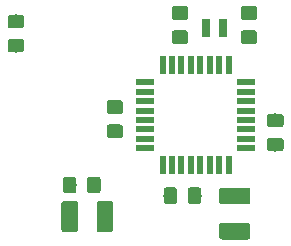
<source format=gbr>
G04 #@! TF.GenerationSoftware,KiCad,Pcbnew,(5.1.4)-1*
G04 #@! TF.CreationDate,2020-02-08T14:35:32-05:00*
G04 #@! TF.ProjectId,Psyduck,50737964-7563-46b2-9e6b-696361645f70,rev?*
G04 #@! TF.SameCoordinates,Original*
G04 #@! TF.FileFunction,Paste,Top*
G04 #@! TF.FilePolarity,Positive*
%FSLAX46Y46*%
G04 Gerber Fmt 4.6, Leading zero omitted, Abs format (unit mm)*
G04 Created by KiCad (PCBNEW (5.1.4)-1) date 2020-02-08 14:35:32*
%MOMM*%
%LPD*%
G04 APERTURE LIST*
%ADD10R,0.800000X1.500000*%
%ADD11R,0.550000X1.600000*%
%ADD12R,1.600000X0.550000*%
%ADD13C,0.100000*%
%ADD14C,1.425000*%
%ADD15C,1.150000*%
G04 APERTURE END LIST*
D10*
X37122800Y-17449800D03*
X35622800Y-17449800D03*
D11*
X37579000Y-29074000D03*
X36779000Y-29074000D03*
X35979000Y-29074000D03*
X35179000Y-29074000D03*
X34379000Y-29074000D03*
X33579000Y-29074000D03*
X32779000Y-29074000D03*
X31979000Y-29074000D03*
D12*
X30529000Y-27624000D03*
X30529000Y-26824000D03*
X30529000Y-26024000D03*
X30529000Y-25224000D03*
X30529000Y-24424000D03*
X30529000Y-23624000D03*
X30529000Y-22824000D03*
X30529000Y-22024000D03*
D11*
X31979000Y-20574000D03*
X32779000Y-20574000D03*
X33579000Y-20574000D03*
X34379000Y-20574000D03*
X35179000Y-20574000D03*
X35979000Y-20574000D03*
X36779000Y-20574000D03*
X37579000Y-20574000D03*
D12*
X39029000Y-22024000D03*
X39029000Y-22824000D03*
X39029000Y-23624000D03*
X39029000Y-24424000D03*
X39029000Y-25224000D03*
X39029000Y-26024000D03*
X39029000Y-26824000D03*
X39029000Y-27624000D03*
D13*
G36*
X39199504Y-33923204D02*
G01*
X39223773Y-33926804D01*
X39247571Y-33932765D01*
X39270671Y-33941030D01*
X39292849Y-33951520D01*
X39313893Y-33964133D01*
X39333598Y-33978747D01*
X39351777Y-33995223D01*
X39368253Y-34013402D01*
X39382867Y-34033107D01*
X39395480Y-34054151D01*
X39405970Y-34076329D01*
X39414235Y-34099429D01*
X39420196Y-34123227D01*
X39423796Y-34147496D01*
X39425000Y-34172000D01*
X39425000Y-35097000D01*
X39423796Y-35121504D01*
X39420196Y-35145773D01*
X39414235Y-35169571D01*
X39405970Y-35192671D01*
X39395480Y-35214849D01*
X39382867Y-35235893D01*
X39368253Y-35255598D01*
X39351777Y-35273777D01*
X39333598Y-35290253D01*
X39313893Y-35304867D01*
X39292849Y-35317480D01*
X39270671Y-35327970D01*
X39247571Y-35336235D01*
X39223773Y-35342196D01*
X39199504Y-35345796D01*
X39175000Y-35347000D01*
X37025000Y-35347000D01*
X37000496Y-35345796D01*
X36976227Y-35342196D01*
X36952429Y-35336235D01*
X36929329Y-35327970D01*
X36907151Y-35317480D01*
X36886107Y-35304867D01*
X36866402Y-35290253D01*
X36848223Y-35273777D01*
X36831747Y-35255598D01*
X36817133Y-35235893D01*
X36804520Y-35214849D01*
X36794030Y-35192671D01*
X36785765Y-35169571D01*
X36779804Y-35145773D01*
X36776204Y-35121504D01*
X36775000Y-35097000D01*
X36775000Y-34172000D01*
X36776204Y-34147496D01*
X36779804Y-34123227D01*
X36785765Y-34099429D01*
X36794030Y-34076329D01*
X36804520Y-34054151D01*
X36817133Y-34033107D01*
X36831747Y-34013402D01*
X36848223Y-33995223D01*
X36866402Y-33978747D01*
X36886107Y-33964133D01*
X36907151Y-33951520D01*
X36929329Y-33941030D01*
X36952429Y-33932765D01*
X36976227Y-33926804D01*
X37000496Y-33923204D01*
X37025000Y-33922000D01*
X39175000Y-33922000D01*
X39199504Y-33923204D01*
X39199504Y-33923204D01*
G37*
D14*
X38100000Y-34634500D03*
D13*
G36*
X39199504Y-30948204D02*
G01*
X39223773Y-30951804D01*
X39247571Y-30957765D01*
X39270671Y-30966030D01*
X39292849Y-30976520D01*
X39313893Y-30989133D01*
X39333598Y-31003747D01*
X39351777Y-31020223D01*
X39368253Y-31038402D01*
X39382867Y-31058107D01*
X39395480Y-31079151D01*
X39405970Y-31101329D01*
X39414235Y-31124429D01*
X39420196Y-31148227D01*
X39423796Y-31172496D01*
X39425000Y-31197000D01*
X39425000Y-32122000D01*
X39423796Y-32146504D01*
X39420196Y-32170773D01*
X39414235Y-32194571D01*
X39405970Y-32217671D01*
X39395480Y-32239849D01*
X39382867Y-32260893D01*
X39368253Y-32280598D01*
X39351777Y-32298777D01*
X39333598Y-32315253D01*
X39313893Y-32329867D01*
X39292849Y-32342480D01*
X39270671Y-32352970D01*
X39247571Y-32361235D01*
X39223773Y-32367196D01*
X39199504Y-32370796D01*
X39175000Y-32372000D01*
X37025000Y-32372000D01*
X37000496Y-32370796D01*
X36976227Y-32367196D01*
X36952429Y-32361235D01*
X36929329Y-32352970D01*
X36907151Y-32342480D01*
X36886107Y-32329867D01*
X36866402Y-32315253D01*
X36848223Y-32298777D01*
X36831747Y-32280598D01*
X36817133Y-32260893D01*
X36804520Y-32239849D01*
X36794030Y-32217671D01*
X36785765Y-32194571D01*
X36779804Y-32170773D01*
X36776204Y-32146504D01*
X36775000Y-32122000D01*
X36775000Y-31197000D01*
X36776204Y-31172496D01*
X36779804Y-31148227D01*
X36785765Y-31124429D01*
X36794030Y-31101329D01*
X36804520Y-31079151D01*
X36817133Y-31058107D01*
X36831747Y-31038402D01*
X36848223Y-31020223D01*
X36866402Y-31003747D01*
X36886107Y-30989133D01*
X36907151Y-30976520D01*
X36929329Y-30966030D01*
X36952429Y-30957765D01*
X36976227Y-30951804D01*
X37000496Y-30948204D01*
X37025000Y-30947000D01*
X39175000Y-30947000D01*
X39199504Y-30948204D01*
X39199504Y-30948204D01*
G37*
D14*
X38100000Y-31659500D03*
D13*
G36*
X27592004Y-32077204D02*
G01*
X27616273Y-32080804D01*
X27640071Y-32086765D01*
X27663171Y-32095030D01*
X27685349Y-32105520D01*
X27706393Y-32118133D01*
X27726098Y-32132747D01*
X27744277Y-32149223D01*
X27760753Y-32167402D01*
X27775367Y-32187107D01*
X27787980Y-32208151D01*
X27798470Y-32230329D01*
X27806735Y-32253429D01*
X27812696Y-32277227D01*
X27816296Y-32301496D01*
X27817500Y-32326000D01*
X27817500Y-34476000D01*
X27816296Y-34500504D01*
X27812696Y-34524773D01*
X27806735Y-34548571D01*
X27798470Y-34571671D01*
X27787980Y-34593849D01*
X27775367Y-34614893D01*
X27760753Y-34634598D01*
X27744277Y-34652777D01*
X27726098Y-34669253D01*
X27706393Y-34683867D01*
X27685349Y-34696480D01*
X27663171Y-34706970D01*
X27640071Y-34715235D01*
X27616273Y-34721196D01*
X27592004Y-34724796D01*
X27567500Y-34726000D01*
X26642500Y-34726000D01*
X26617996Y-34724796D01*
X26593727Y-34721196D01*
X26569929Y-34715235D01*
X26546829Y-34706970D01*
X26524651Y-34696480D01*
X26503607Y-34683867D01*
X26483902Y-34669253D01*
X26465723Y-34652777D01*
X26449247Y-34634598D01*
X26434633Y-34614893D01*
X26422020Y-34593849D01*
X26411530Y-34571671D01*
X26403265Y-34548571D01*
X26397304Y-34524773D01*
X26393704Y-34500504D01*
X26392500Y-34476000D01*
X26392500Y-32326000D01*
X26393704Y-32301496D01*
X26397304Y-32277227D01*
X26403265Y-32253429D01*
X26411530Y-32230329D01*
X26422020Y-32208151D01*
X26434633Y-32187107D01*
X26449247Y-32167402D01*
X26465723Y-32149223D01*
X26483902Y-32132747D01*
X26503607Y-32118133D01*
X26524651Y-32105520D01*
X26546829Y-32095030D01*
X26569929Y-32086765D01*
X26593727Y-32080804D01*
X26617996Y-32077204D01*
X26642500Y-32076000D01*
X27567500Y-32076000D01*
X27592004Y-32077204D01*
X27592004Y-32077204D01*
G37*
D14*
X27105000Y-33401000D03*
D13*
G36*
X24617004Y-32077204D02*
G01*
X24641273Y-32080804D01*
X24665071Y-32086765D01*
X24688171Y-32095030D01*
X24710349Y-32105520D01*
X24731393Y-32118133D01*
X24751098Y-32132747D01*
X24769277Y-32149223D01*
X24785753Y-32167402D01*
X24800367Y-32187107D01*
X24812980Y-32208151D01*
X24823470Y-32230329D01*
X24831735Y-32253429D01*
X24837696Y-32277227D01*
X24841296Y-32301496D01*
X24842500Y-32326000D01*
X24842500Y-34476000D01*
X24841296Y-34500504D01*
X24837696Y-34524773D01*
X24831735Y-34548571D01*
X24823470Y-34571671D01*
X24812980Y-34593849D01*
X24800367Y-34614893D01*
X24785753Y-34634598D01*
X24769277Y-34652777D01*
X24751098Y-34669253D01*
X24731393Y-34683867D01*
X24710349Y-34696480D01*
X24688171Y-34706970D01*
X24665071Y-34715235D01*
X24641273Y-34721196D01*
X24617004Y-34724796D01*
X24592500Y-34726000D01*
X23667500Y-34726000D01*
X23642996Y-34724796D01*
X23618727Y-34721196D01*
X23594929Y-34715235D01*
X23571829Y-34706970D01*
X23549651Y-34696480D01*
X23528607Y-34683867D01*
X23508902Y-34669253D01*
X23490723Y-34652777D01*
X23474247Y-34634598D01*
X23459633Y-34614893D01*
X23447020Y-34593849D01*
X23436530Y-34571671D01*
X23428265Y-34548571D01*
X23422304Y-34524773D01*
X23418704Y-34500504D01*
X23417500Y-34476000D01*
X23417500Y-32326000D01*
X23418704Y-32301496D01*
X23422304Y-32277227D01*
X23428265Y-32253429D01*
X23436530Y-32230329D01*
X23447020Y-32208151D01*
X23459633Y-32187107D01*
X23474247Y-32167402D01*
X23490723Y-32149223D01*
X23508902Y-32132747D01*
X23528607Y-32118133D01*
X23549651Y-32105520D01*
X23571829Y-32095030D01*
X23594929Y-32086765D01*
X23618727Y-32080804D01*
X23642996Y-32077204D01*
X23667500Y-32076000D01*
X24592500Y-32076000D01*
X24617004Y-32077204D01*
X24617004Y-32077204D01*
G37*
D14*
X24130000Y-33401000D03*
D13*
G36*
X32988505Y-30924204D02*
G01*
X33012773Y-30927804D01*
X33036572Y-30933765D01*
X33059671Y-30942030D01*
X33081850Y-30952520D01*
X33102893Y-30965132D01*
X33122599Y-30979747D01*
X33140777Y-30996223D01*
X33157253Y-31014401D01*
X33171868Y-31034107D01*
X33184480Y-31055150D01*
X33194970Y-31077329D01*
X33203235Y-31100428D01*
X33209196Y-31124227D01*
X33212796Y-31148495D01*
X33214000Y-31172999D01*
X33214000Y-32073001D01*
X33212796Y-32097505D01*
X33209196Y-32121773D01*
X33203235Y-32145572D01*
X33194970Y-32168671D01*
X33184480Y-32190850D01*
X33171868Y-32211893D01*
X33157253Y-32231599D01*
X33140777Y-32249777D01*
X33122599Y-32266253D01*
X33102893Y-32280868D01*
X33081850Y-32293480D01*
X33059671Y-32303970D01*
X33036572Y-32312235D01*
X33012773Y-32318196D01*
X32988505Y-32321796D01*
X32964001Y-32323000D01*
X32313999Y-32323000D01*
X32289495Y-32321796D01*
X32265227Y-32318196D01*
X32241428Y-32312235D01*
X32218329Y-32303970D01*
X32196150Y-32293480D01*
X32175107Y-32280868D01*
X32155401Y-32266253D01*
X32137223Y-32249777D01*
X32120747Y-32231599D01*
X32106132Y-32211893D01*
X32093520Y-32190850D01*
X32083030Y-32168671D01*
X32074765Y-32145572D01*
X32068804Y-32121773D01*
X32065204Y-32097505D01*
X32064000Y-32073001D01*
X32064000Y-31172999D01*
X32065204Y-31148495D01*
X32068804Y-31124227D01*
X32074765Y-31100428D01*
X32083030Y-31077329D01*
X32093520Y-31055150D01*
X32106132Y-31034107D01*
X32120747Y-31014401D01*
X32137223Y-30996223D01*
X32155401Y-30979747D01*
X32175107Y-30965132D01*
X32196150Y-30952520D01*
X32218329Y-30942030D01*
X32241428Y-30933765D01*
X32265227Y-30927804D01*
X32289495Y-30924204D01*
X32313999Y-30923000D01*
X32964001Y-30923000D01*
X32988505Y-30924204D01*
X32988505Y-30924204D01*
G37*
D15*
X32639000Y-31623000D03*
D13*
G36*
X35038505Y-30924204D02*
G01*
X35062773Y-30927804D01*
X35086572Y-30933765D01*
X35109671Y-30942030D01*
X35131850Y-30952520D01*
X35152893Y-30965132D01*
X35172599Y-30979747D01*
X35190777Y-30996223D01*
X35207253Y-31014401D01*
X35221868Y-31034107D01*
X35234480Y-31055150D01*
X35244970Y-31077329D01*
X35253235Y-31100428D01*
X35259196Y-31124227D01*
X35262796Y-31148495D01*
X35264000Y-31172999D01*
X35264000Y-32073001D01*
X35262796Y-32097505D01*
X35259196Y-32121773D01*
X35253235Y-32145572D01*
X35244970Y-32168671D01*
X35234480Y-32190850D01*
X35221868Y-32211893D01*
X35207253Y-32231599D01*
X35190777Y-32249777D01*
X35172599Y-32266253D01*
X35152893Y-32280868D01*
X35131850Y-32293480D01*
X35109671Y-32303970D01*
X35086572Y-32312235D01*
X35062773Y-32318196D01*
X35038505Y-32321796D01*
X35014001Y-32323000D01*
X34363999Y-32323000D01*
X34339495Y-32321796D01*
X34315227Y-32318196D01*
X34291428Y-32312235D01*
X34268329Y-32303970D01*
X34246150Y-32293480D01*
X34225107Y-32280868D01*
X34205401Y-32266253D01*
X34187223Y-32249777D01*
X34170747Y-32231599D01*
X34156132Y-32211893D01*
X34143520Y-32190850D01*
X34133030Y-32168671D01*
X34124765Y-32145572D01*
X34118804Y-32121773D01*
X34115204Y-32097505D01*
X34114000Y-32073001D01*
X34114000Y-31172999D01*
X34115204Y-31148495D01*
X34118804Y-31124227D01*
X34124765Y-31100428D01*
X34133030Y-31077329D01*
X34143520Y-31055150D01*
X34156132Y-31034107D01*
X34170747Y-31014401D01*
X34187223Y-30996223D01*
X34205401Y-30979747D01*
X34225107Y-30965132D01*
X34246150Y-30952520D01*
X34268329Y-30942030D01*
X34291428Y-30933765D01*
X34315227Y-30927804D01*
X34339495Y-30924204D01*
X34363999Y-30923000D01*
X35014001Y-30923000D01*
X35038505Y-30924204D01*
X35038505Y-30924204D01*
G37*
D15*
X34689000Y-31623000D03*
D13*
G36*
X42003505Y-26740204D02*
G01*
X42027773Y-26743804D01*
X42051572Y-26749765D01*
X42074671Y-26758030D01*
X42096850Y-26768520D01*
X42117893Y-26781132D01*
X42137599Y-26795747D01*
X42155777Y-26812223D01*
X42172253Y-26830401D01*
X42186868Y-26850107D01*
X42199480Y-26871150D01*
X42209970Y-26893329D01*
X42218235Y-26916428D01*
X42224196Y-26940227D01*
X42227796Y-26964495D01*
X42229000Y-26988999D01*
X42229000Y-27639001D01*
X42227796Y-27663505D01*
X42224196Y-27687773D01*
X42218235Y-27711572D01*
X42209970Y-27734671D01*
X42199480Y-27756850D01*
X42186868Y-27777893D01*
X42172253Y-27797599D01*
X42155777Y-27815777D01*
X42137599Y-27832253D01*
X42117893Y-27846868D01*
X42096850Y-27859480D01*
X42074671Y-27869970D01*
X42051572Y-27878235D01*
X42027773Y-27884196D01*
X42003505Y-27887796D01*
X41979001Y-27889000D01*
X41078999Y-27889000D01*
X41054495Y-27887796D01*
X41030227Y-27884196D01*
X41006428Y-27878235D01*
X40983329Y-27869970D01*
X40961150Y-27859480D01*
X40940107Y-27846868D01*
X40920401Y-27832253D01*
X40902223Y-27815777D01*
X40885747Y-27797599D01*
X40871132Y-27777893D01*
X40858520Y-27756850D01*
X40848030Y-27734671D01*
X40839765Y-27711572D01*
X40833804Y-27687773D01*
X40830204Y-27663505D01*
X40829000Y-27639001D01*
X40829000Y-26988999D01*
X40830204Y-26964495D01*
X40833804Y-26940227D01*
X40839765Y-26916428D01*
X40848030Y-26893329D01*
X40858520Y-26871150D01*
X40871132Y-26850107D01*
X40885747Y-26830401D01*
X40902223Y-26812223D01*
X40920401Y-26795747D01*
X40940107Y-26781132D01*
X40961150Y-26768520D01*
X40983329Y-26758030D01*
X41006428Y-26749765D01*
X41030227Y-26743804D01*
X41054495Y-26740204D01*
X41078999Y-26739000D01*
X41979001Y-26739000D01*
X42003505Y-26740204D01*
X42003505Y-26740204D01*
G37*
D15*
X41529000Y-27314000D03*
D13*
G36*
X42003505Y-24690204D02*
G01*
X42027773Y-24693804D01*
X42051572Y-24699765D01*
X42074671Y-24708030D01*
X42096850Y-24718520D01*
X42117893Y-24731132D01*
X42137599Y-24745747D01*
X42155777Y-24762223D01*
X42172253Y-24780401D01*
X42186868Y-24800107D01*
X42199480Y-24821150D01*
X42209970Y-24843329D01*
X42218235Y-24866428D01*
X42224196Y-24890227D01*
X42227796Y-24914495D01*
X42229000Y-24938999D01*
X42229000Y-25589001D01*
X42227796Y-25613505D01*
X42224196Y-25637773D01*
X42218235Y-25661572D01*
X42209970Y-25684671D01*
X42199480Y-25706850D01*
X42186868Y-25727893D01*
X42172253Y-25747599D01*
X42155777Y-25765777D01*
X42137599Y-25782253D01*
X42117893Y-25796868D01*
X42096850Y-25809480D01*
X42074671Y-25819970D01*
X42051572Y-25828235D01*
X42027773Y-25834196D01*
X42003505Y-25837796D01*
X41979001Y-25839000D01*
X41078999Y-25839000D01*
X41054495Y-25837796D01*
X41030227Y-25834196D01*
X41006428Y-25828235D01*
X40983329Y-25819970D01*
X40961150Y-25809480D01*
X40940107Y-25796868D01*
X40920401Y-25782253D01*
X40902223Y-25765777D01*
X40885747Y-25747599D01*
X40871132Y-25727893D01*
X40858520Y-25706850D01*
X40848030Y-25684671D01*
X40839765Y-25661572D01*
X40833804Y-25637773D01*
X40830204Y-25613505D01*
X40829000Y-25589001D01*
X40829000Y-24938999D01*
X40830204Y-24914495D01*
X40833804Y-24890227D01*
X40839765Y-24866428D01*
X40848030Y-24843329D01*
X40858520Y-24821150D01*
X40871132Y-24800107D01*
X40885747Y-24780401D01*
X40902223Y-24762223D01*
X40920401Y-24745747D01*
X40940107Y-24731132D01*
X40961150Y-24718520D01*
X40983329Y-24708030D01*
X41006428Y-24699765D01*
X41030227Y-24693804D01*
X41054495Y-24690204D01*
X41078999Y-24689000D01*
X41979001Y-24689000D01*
X42003505Y-24690204D01*
X42003505Y-24690204D01*
G37*
D15*
X41529000Y-25264000D03*
D13*
G36*
X28414505Y-25606204D02*
G01*
X28438773Y-25609804D01*
X28462572Y-25615765D01*
X28485671Y-25624030D01*
X28507850Y-25634520D01*
X28528893Y-25647132D01*
X28548599Y-25661747D01*
X28566777Y-25678223D01*
X28583253Y-25696401D01*
X28597868Y-25716107D01*
X28610480Y-25737150D01*
X28620970Y-25759329D01*
X28629235Y-25782428D01*
X28635196Y-25806227D01*
X28638796Y-25830495D01*
X28640000Y-25854999D01*
X28640000Y-26505001D01*
X28638796Y-26529505D01*
X28635196Y-26553773D01*
X28629235Y-26577572D01*
X28620970Y-26600671D01*
X28610480Y-26622850D01*
X28597868Y-26643893D01*
X28583253Y-26663599D01*
X28566777Y-26681777D01*
X28548599Y-26698253D01*
X28528893Y-26712868D01*
X28507850Y-26725480D01*
X28485671Y-26735970D01*
X28462572Y-26744235D01*
X28438773Y-26750196D01*
X28414505Y-26753796D01*
X28390001Y-26755000D01*
X27489999Y-26755000D01*
X27465495Y-26753796D01*
X27441227Y-26750196D01*
X27417428Y-26744235D01*
X27394329Y-26735970D01*
X27372150Y-26725480D01*
X27351107Y-26712868D01*
X27331401Y-26698253D01*
X27313223Y-26681777D01*
X27296747Y-26663599D01*
X27282132Y-26643893D01*
X27269520Y-26622850D01*
X27259030Y-26600671D01*
X27250765Y-26577572D01*
X27244804Y-26553773D01*
X27241204Y-26529505D01*
X27240000Y-26505001D01*
X27240000Y-25854999D01*
X27241204Y-25830495D01*
X27244804Y-25806227D01*
X27250765Y-25782428D01*
X27259030Y-25759329D01*
X27269520Y-25737150D01*
X27282132Y-25716107D01*
X27296747Y-25696401D01*
X27313223Y-25678223D01*
X27331401Y-25661747D01*
X27351107Y-25647132D01*
X27372150Y-25634520D01*
X27394329Y-25624030D01*
X27417428Y-25615765D01*
X27441227Y-25609804D01*
X27465495Y-25606204D01*
X27489999Y-25605000D01*
X28390001Y-25605000D01*
X28414505Y-25606204D01*
X28414505Y-25606204D01*
G37*
D15*
X27940000Y-26180000D03*
D13*
G36*
X28414505Y-23556204D02*
G01*
X28438773Y-23559804D01*
X28462572Y-23565765D01*
X28485671Y-23574030D01*
X28507850Y-23584520D01*
X28528893Y-23597132D01*
X28548599Y-23611747D01*
X28566777Y-23628223D01*
X28583253Y-23646401D01*
X28597868Y-23666107D01*
X28610480Y-23687150D01*
X28620970Y-23709329D01*
X28629235Y-23732428D01*
X28635196Y-23756227D01*
X28638796Y-23780495D01*
X28640000Y-23804999D01*
X28640000Y-24455001D01*
X28638796Y-24479505D01*
X28635196Y-24503773D01*
X28629235Y-24527572D01*
X28620970Y-24550671D01*
X28610480Y-24572850D01*
X28597868Y-24593893D01*
X28583253Y-24613599D01*
X28566777Y-24631777D01*
X28548599Y-24648253D01*
X28528893Y-24662868D01*
X28507850Y-24675480D01*
X28485671Y-24685970D01*
X28462572Y-24694235D01*
X28438773Y-24700196D01*
X28414505Y-24703796D01*
X28390001Y-24705000D01*
X27489999Y-24705000D01*
X27465495Y-24703796D01*
X27441227Y-24700196D01*
X27417428Y-24694235D01*
X27394329Y-24685970D01*
X27372150Y-24675480D01*
X27351107Y-24662868D01*
X27331401Y-24648253D01*
X27313223Y-24631777D01*
X27296747Y-24613599D01*
X27282132Y-24593893D01*
X27269520Y-24572850D01*
X27259030Y-24550671D01*
X27250765Y-24527572D01*
X27244804Y-24503773D01*
X27241204Y-24479505D01*
X27240000Y-24455001D01*
X27240000Y-23804999D01*
X27241204Y-23780495D01*
X27244804Y-23756227D01*
X27250765Y-23732428D01*
X27259030Y-23709329D01*
X27269520Y-23687150D01*
X27282132Y-23666107D01*
X27296747Y-23646401D01*
X27313223Y-23628223D01*
X27331401Y-23611747D01*
X27351107Y-23597132D01*
X27372150Y-23584520D01*
X27394329Y-23574030D01*
X27417428Y-23565765D01*
X27441227Y-23559804D01*
X27465495Y-23556204D01*
X27489999Y-23555000D01*
X28390001Y-23555000D01*
X28414505Y-23556204D01*
X28414505Y-23556204D01*
G37*
D15*
X27940000Y-24130000D03*
D13*
G36*
X20032505Y-18358204D02*
G01*
X20056773Y-18361804D01*
X20080572Y-18367765D01*
X20103671Y-18376030D01*
X20125850Y-18386520D01*
X20146893Y-18399132D01*
X20166599Y-18413747D01*
X20184777Y-18430223D01*
X20201253Y-18448401D01*
X20215868Y-18468107D01*
X20228480Y-18489150D01*
X20238970Y-18511329D01*
X20247235Y-18534428D01*
X20253196Y-18558227D01*
X20256796Y-18582495D01*
X20258000Y-18606999D01*
X20258000Y-19257001D01*
X20256796Y-19281505D01*
X20253196Y-19305773D01*
X20247235Y-19329572D01*
X20238970Y-19352671D01*
X20228480Y-19374850D01*
X20215868Y-19395893D01*
X20201253Y-19415599D01*
X20184777Y-19433777D01*
X20166599Y-19450253D01*
X20146893Y-19464868D01*
X20125850Y-19477480D01*
X20103671Y-19487970D01*
X20080572Y-19496235D01*
X20056773Y-19502196D01*
X20032505Y-19505796D01*
X20008001Y-19507000D01*
X19107999Y-19507000D01*
X19083495Y-19505796D01*
X19059227Y-19502196D01*
X19035428Y-19496235D01*
X19012329Y-19487970D01*
X18990150Y-19477480D01*
X18969107Y-19464868D01*
X18949401Y-19450253D01*
X18931223Y-19433777D01*
X18914747Y-19415599D01*
X18900132Y-19395893D01*
X18887520Y-19374850D01*
X18877030Y-19352671D01*
X18868765Y-19329572D01*
X18862804Y-19305773D01*
X18859204Y-19281505D01*
X18858000Y-19257001D01*
X18858000Y-18606999D01*
X18859204Y-18582495D01*
X18862804Y-18558227D01*
X18868765Y-18534428D01*
X18877030Y-18511329D01*
X18887520Y-18489150D01*
X18900132Y-18468107D01*
X18914747Y-18448401D01*
X18931223Y-18430223D01*
X18949401Y-18413747D01*
X18969107Y-18399132D01*
X18990150Y-18386520D01*
X19012329Y-18376030D01*
X19035428Y-18367765D01*
X19059227Y-18361804D01*
X19083495Y-18358204D01*
X19107999Y-18357000D01*
X20008001Y-18357000D01*
X20032505Y-18358204D01*
X20032505Y-18358204D01*
G37*
D15*
X19558000Y-18932000D03*
D13*
G36*
X20032505Y-16308204D02*
G01*
X20056773Y-16311804D01*
X20080572Y-16317765D01*
X20103671Y-16326030D01*
X20125850Y-16336520D01*
X20146893Y-16349132D01*
X20166599Y-16363747D01*
X20184777Y-16380223D01*
X20201253Y-16398401D01*
X20215868Y-16418107D01*
X20228480Y-16439150D01*
X20238970Y-16461329D01*
X20247235Y-16484428D01*
X20253196Y-16508227D01*
X20256796Y-16532495D01*
X20258000Y-16556999D01*
X20258000Y-17207001D01*
X20256796Y-17231505D01*
X20253196Y-17255773D01*
X20247235Y-17279572D01*
X20238970Y-17302671D01*
X20228480Y-17324850D01*
X20215868Y-17345893D01*
X20201253Y-17365599D01*
X20184777Y-17383777D01*
X20166599Y-17400253D01*
X20146893Y-17414868D01*
X20125850Y-17427480D01*
X20103671Y-17437970D01*
X20080572Y-17446235D01*
X20056773Y-17452196D01*
X20032505Y-17455796D01*
X20008001Y-17457000D01*
X19107999Y-17457000D01*
X19083495Y-17455796D01*
X19059227Y-17452196D01*
X19035428Y-17446235D01*
X19012329Y-17437970D01*
X18990150Y-17427480D01*
X18969107Y-17414868D01*
X18949401Y-17400253D01*
X18931223Y-17383777D01*
X18914747Y-17365599D01*
X18900132Y-17345893D01*
X18887520Y-17324850D01*
X18877030Y-17302671D01*
X18868765Y-17279572D01*
X18862804Y-17255773D01*
X18859204Y-17231505D01*
X18858000Y-17207001D01*
X18858000Y-16556999D01*
X18859204Y-16532495D01*
X18862804Y-16508227D01*
X18868765Y-16484428D01*
X18877030Y-16461329D01*
X18887520Y-16439150D01*
X18900132Y-16418107D01*
X18914747Y-16398401D01*
X18931223Y-16380223D01*
X18949401Y-16363747D01*
X18969107Y-16349132D01*
X18990150Y-16336520D01*
X19012329Y-16326030D01*
X19035428Y-16317765D01*
X19059227Y-16311804D01*
X19083495Y-16308204D01*
X19107999Y-16307000D01*
X20008001Y-16307000D01*
X20032505Y-16308204D01*
X20032505Y-16308204D01*
G37*
D15*
X19558000Y-16882000D03*
D13*
G36*
X33926305Y-15588004D02*
G01*
X33950573Y-15591604D01*
X33974372Y-15597565D01*
X33997471Y-15605830D01*
X34019650Y-15616320D01*
X34040693Y-15628932D01*
X34060399Y-15643547D01*
X34078577Y-15660023D01*
X34095053Y-15678201D01*
X34109668Y-15697907D01*
X34122280Y-15718950D01*
X34132770Y-15741129D01*
X34141035Y-15764228D01*
X34146996Y-15788027D01*
X34150596Y-15812295D01*
X34151800Y-15836799D01*
X34151800Y-16486801D01*
X34150596Y-16511305D01*
X34146996Y-16535573D01*
X34141035Y-16559372D01*
X34132770Y-16582471D01*
X34122280Y-16604650D01*
X34109668Y-16625693D01*
X34095053Y-16645399D01*
X34078577Y-16663577D01*
X34060399Y-16680053D01*
X34040693Y-16694668D01*
X34019650Y-16707280D01*
X33997471Y-16717770D01*
X33974372Y-16726035D01*
X33950573Y-16731996D01*
X33926305Y-16735596D01*
X33901801Y-16736800D01*
X33001799Y-16736800D01*
X32977295Y-16735596D01*
X32953027Y-16731996D01*
X32929228Y-16726035D01*
X32906129Y-16717770D01*
X32883950Y-16707280D01*
X32862907Y-16694668D01*
X32843201Y-16680053D01*
X32825023Y-16663577D01*
X32808547Y-16645399D01*
X32793932Y-16625693D01*
X32781320Y-16604650D01*
X32770830Y-16582471D01*
X32762565Y-16559372D01*
X32756604Y-16535573D01*
X32753004Y-16511305D01*
X32751800Y-16486801D01*
X32751800Y-15836799D01*
X32753004Y-15812295D01*
X32756604Y-15788027D01*
X32762565Y-15764228D01*
X32770830Y-15741129D01*
X32781320Y-15718950D01*
X32793932Y-15697907D01*
X32808547Y-15678201D01*
X32825023Y-15660023D01*
X32843201Y-15643547D01*
X32862907Y-15628932D01*
X32883950Y-15616320D01*
X32906129Y-15605830D01*
X32929228Y-15597565D01*
X32953027Y-15591604D01*
X32977295Y-15588004D01*
X33001799Y-15586800D01*
X33901801Y-15586800D01*
X33926305Y-15588004D01*
X33926305Y-15588004D01*
G37*
D15*
X33451800Y-16161800D03*
D13*
G36*
X33926305Y-17638004D02*
G01*
X33950573Y-17641604D01*
X33974372Y-17647565D01*
X33997471Y-17655830D01*
X34019650Y-17666320D01*
X34040693Y-17678932D01*
X34060399Y-17693547D01*
X34078577Y-17710023D01*
X34095053Y-17728201D01*
X34109668Y-17747907D01*
X34122280Y-17768950D01*
X34132770Y-17791129D01*
X34141035Y-17814228D01*
X34146996Y-17838027D01*
X34150596Y-17862295D01*
X34151800Y-17886799D01*
X34151800Y-18536801D01*
X34150596Y-18561305D01*
X34146996Y-18585573D01*
X34141035Y-18609372D01*
X34132770Y-18632471D01*
X34122280Y-18654650D01*
X34109668Y-18675693D01*
X34095053Y-18695399D01*
X34078577Y-18713577D01*
X34060399Y-18730053D01*
X34040693Y-18744668D01*
X34019650Y-18757280D01*
X33997471Y-18767770D01*
X33974372Y-18776035D01*
X33950573Y-18781996D01*
X33926305Y-18785596D01*
X33901801Y-18786800D01*
X33001799Y-18786800D01*
X32977295Y-18785596D01*
X32953027Y-18781996D01*
X32929228Y-18776035D01*
X32906129Y-18767770D01*
X32883950Y-18757280D01*
X32862907Y-18744668D01*
X32843201Y-18730053D01*
X32825023Y-18713577D01*
X32808547Y-18695399D01*
X32793932Y-18675693D01*
X32781320Y-18654650D01*
X32770830Y-18632471D01*
X32762565Y-18609372D01*
X32756604Y-18585573D01*
X32753004Y-18561305D01*
X32751800Y-18536801D01*
X32751800Y-17886799D01*
X32753004Y-17862295D01*
X32756604Y-17838027D01*
X32762565Y-17814228D01*
X32770830Y-17791129D01*
X32781320Y-17768950D01*
X32793932Y-17747907D01*
X32808547Y-17728201D01*
X32825023Y-17710023D01*
X32843201Y-17693547D01*
X32862907Y-17678932D01*
X32883950Y-17666320D01*
X32906129Y-17655830D01*
X32929228Y-17647565D01*
X32953027Y-17641604D01*
X32977295Y-17638004D01*
X33001799Y-17636800D01*
X33901801Y-17636800D01*
X33926305Y-17638004D01*
X33926305Y-17638004D01*
G37*
D15*
X33451800Y-18211800D03*
D13*
G36*
X39768305Y-15588004D02*
G01*
X39792573Y-15591604D01*
X39816372Y-15597565D01*
X39839471Y-15605830D01*
X39861650Y-15616320D01*
X39882693Y-15628932D01*
X39902399Y-15643547D01*
X39920577Y-15660023D01*
X39937053Y-15678201D01*
X39951668Y-15697907D01*
X39964280Y-15718950D01*
X39974770Y-15741129D01*
X39983035Y-15764228D01*
X39988996Y-15788027D01*
X39992596Y-15812295D01*
X39993800Y-15836799D01*
X39993800Y-16486801D01*
X39992596Y-16511305D01*
X39988996Y-16535573D01*
X39983035Y-16559372D01*
X39974770Y-16582471D01*
X39964280Y-16604650D01*
X39951668Y-16625693D01*
X39937053Y-16645399D01*
X39920577Y-16663577D01*
X39902399Y-16680053D01*
X39882693Y-16694668D01*
X39861650Y-16707280D01*
X39839471Y-16717770D01*
X39816372Y-16726035D01*
X39792573Y-16731996D01*
X39768305Y-16735596D01*
X39743801Y-16736800D01*
X38843799Y-16736800D01*
X38819295Y-16735596D01*
X38795027Y-16731996D01*
X38771228Y-16726035D01*
X38748129Y-16717770D01*
X38725950Y-16707280D01*
X38704907Y-16694668D01*
X38685201Y-16680053D01*
X38667023Y-16663577D01*
X38650547Y-16645399D01*
X38635932Y-16625693D01*
X38623320Y-16604650D01*
X38612830Y-16582471D01*
X38604565Y-16559372D01*
X38598604Y-16535573D01*
X38595004Y-16511305D01*
X38593800Y-16486801D01*
X38593800Y-15836799D01*
X38595004Y-15812295D01*
X38598604Y-15788027D01*
X38604565Y-15764228D01*
X38612830Y-15741129D01*
X38623320Y-15718950D01*
X38635932Y-15697907D01*
X38650547Y-15678201D01*
X38667023Y-15660023D01*
X38685201Y-15643547D01*
X38704907Y-15628932D01*
X38725950Y-15616320D01*
X38748129Y-15605830D01*
X38771228Y-15597565D01*
X38795027Y-15591604D01*
X38819295Y-15588004D01*
X38843799Y-15586800D01*
X39743801Y-15586800D01*
X39768305Y-15588004D01*
X39768305Y-15588004D01*
G37*
D15*
X39293800Y-16161800D03*
D13*
G36*
X39768305Y-17638004D02*
G01*
X39792573Y-17641604D01*
X39816372Y-17647565D01*
X39839471Y-17655830D01*
X39861650Y-17666320D01*
X39882693Y-17678932D01*
X39902399Y-17693547D01*
X39920577Y-17710023D01*
X39937053Y-17728201D01*
X39951668Y-17747907D01*
X39964280Y-17768950D01*
X39974770Y-17791129D01*
X39983035Y-17814228D01*
X39988996Y-17838027D01*
X39992596Y-17862295D01*
X39993800Y-17886799D01*
X39993800Y-18536801D01*
X39992596Y-18561305D01*
X39988996Y-18585573D01*
X39983035Y-18609372D01*
X39974770Y-18632471D01*
X39964280Y-18654650D01*
X39951668Y-18675693D01*
X39937053Y-18695399D01*
X39920577Y-18713577D01*
X39902399Y-18730053D01*
X39882693Y-18744668D01*
X39861650Y-18757280D01*
X39839471Y-18767770D01*
X39816372Y-18776035D01*
X39792573Y-18781996D01*
X39768305Y-18785596D01*
X39743801Y-18786800D01*
X38843799Y-18786800D01*
X38819295Y-18785596D01*
X38795027Y-18781996D01*
X38771228Y-18776035D01*
X38748129Y-18767770D01*
X38725950Y-18757280D01*
X38704907Y-18744668D01*
X38685201Y-18730053D01*
X38667023Y-18713577D01*
X38650547Y-18695399D01*
X38635932Y-18675693D01*
X38623320Y-18654650D01*
X38612830Y-18632471D01*
X38604565Y-18609372D01*
X38598604Y-18585573D01*
X38595004Y-18561305D01*
X38593800Y-18536801D01*
X38593800Y-17886799D01*
X38595004Y-17862295D01*
X38598604Y-17838027D01*
X38604565Y-17814228D01*
X38612830Y-17791129D01*
X38623320Y-17768950D01*
X38635932Y-17747907D01*
X38650547Y-17728201D01*
X38667023Y-17710023D01*
X38685201Y-17693547D01*
X38704907Y-17678932D01*
X38725950Y-17666320D01*
X38748129Y-17655830D01*
X38771228Y-17647565D01*
X38795027Y-17641604D01*
X38819295Y-17638004D01*
X38843799Y-17636800D01*
X39743801Y-17636800D01*
X39768305Y-17638004D01*
X39768305Y-17638004D01*
G37*
D15*
X39293800Y-18211800D03*
D13*
G36*
X26520505Y-30035204D02*
G01*
X26544773Y-30038804D01*
X26568572Y-30044765D01*
X26591671Y-30053030D01*
X26613850Y-30063520D01*
X26634893Y-30076132D01*
X26654599Y-30090747D01*
X26672777Y-30107223D01*
X26689253Y-30125401D01*
X26703868Y-30145107D01*
X26716480Y-30166150D01*
X26726970Y-30188329D01*
X26735235Y-30211428D01*
X26741196Y-30235227D01*
X26744796Y-30259495D01*
X26746000Y-30283999D01*
X26746000Y-31184001D01*
X26744796Y-31208505D01*
X26741196Y-31232773D01*
X26735235Y-31256572D01*
X26726970Y-31279671D01*
X26716480Y-31301850D01*
X26703868Y-31322893D01*
X26689253Y-31342599D01*
X26672777Y-31360777D01*
X26654599Y-31377253D01*
X26634893Y-31391868D01*
X26613850Y-31404480D01*
X26591671Y-31414970D01*
X26568572Y-31423235D01*
X26544773Y-31429196D01*
X26520505Y-31432796D01*
X26496001Y-31434000D01*
X25845999Y-31434000D01*
X25821495Y-31432796D01*
X25797227Y-31429196D01*
X25773428Y-31423235D01*
X25750329Y-31414970D01*
X25728150Y-31404480D01*
X25707107Y-31391868D01*
X25687401Y-31377253D01*
X25669223Y-31360777D01*
X25652747Y-31342599D01*
X25638132Y-31322893D01*
X25625520Y-31301850D01*
X25615030Y-31279671D01*
X25606765Y-31256572D01*
X25600804Y-31232773D01*
X25597204Y-31208505D01*
X25596000Y-31184001D01*
X25596000Y-30283999D01*
X25597204Y-30259495D01*
X25600804Y-30235227D01*
X25606765Y-30211428D01*
X25615030Y-30188329D01*
X25625520Y-30166150D01*
X25638132Y-30145107D01*
X25652747Y-30125401D01*
X25669223Y-30107223D01*
X25687401Y-30090747D01*
X25707107Y-30076132D01*
X25728150Y-30063520D01*
X25750329Y-30053030D01*
X25773428Y-30044765D01*
X25797227Y-30038804D01*
X25821495Y-30035204D01*
X25845999Y-30034000D01*
X26496001Y-30034000D01*
X26520505Y-30035204D01*
X26520505Y-30035204D01*
G37*
D15*
X26171000Y-30734000D03*
D13*
G36*
X24470505Y-30035204D02*
G01*
X24494773Y-30038804D01*
X24518572Y-30044765D01*
X24541671Y-30053030D01*
X24563850Y-30063520D01*
X24584893Y-30076132D01*
X24604599Y-30090747D01*
X24622777Y-30107223D01*
X24639253Y-30125401D01*
X24653868Y-30145107D01*
X24666480Y-30166150D01*
X24676970Y-30188329D01*
X24685235Y-30211428D01*
X24691196Y-30235227D01*
X24694796Y-30259495D01*
X24696000Y-30283999D01*
X24696000Y-31184001D01*
X24694796Y-31208505D01*
X24691196Y-31232773D01*
X24685235Y-31256572D01*
X24676970Y-31279671D01*
X24666480Y-31301850D01*
X24653868Y-31322893D01*
X24639253Y-31342599D01*
X24622777Y-31360777D01*
X24604599Y-31377253D01*
X24584893Y-31391868D01*
X24563850Y-31404480D01*
X24541671Y-31414970D01*
X24518572Y-31423235D01*
X24494773Y-31429196D01*
X24470505Y-31432796D01*
X24446001Y-31434000D01*
X23795999Y-31434000D01*
X23771495Y-31432796D01*
X23747227Y-31429196D01*
X23723428Y-31423235D01*
X23700329Y-31414970D01*
X23678150Y-31404480D01*
X23657107Y-31391868D01*
X23637401Y-31377253D01*
X23619223Y-31360777D01*
X23602747Y-31342599D01*
X23588132Y-31322893D01*
X23575520Y-31301850D01*
X23565030Y-31279671D01*
X23556765Y-31256572D01*
X23550804Y-31232773D01*
X23547204Y-31208505D01*
X23546000Y-31184001D01*
X23546000Y-30283999D01*
X23547204Y-30259495D01*
X23550804Y-30235227D01*
X23556765Y-30211428D01*
X23565030Y-30188329D01*
X23575520Y-30166150D01*
X23588132Y-30145107D01*
X23602747Y-30125401D01*
X23619223Y-30107223D01*
X23637401Y-30090747D01*
X23657107Y-30076132D01*
X23678150Y-30063520D01*
X23700329Y-30053030D01*
X23723428Y-30044765D01*
X23747227Y-30038804D01*
X23771495Y-30035204D01*
X23795999Y-30034000D01*
X24446001Y-30034000D01*
X24470505Y-30035204D01*
X24470505Y-30035204D01*
G37*
D15*
X24121000Y-30734000D03*
M02*

</source>
